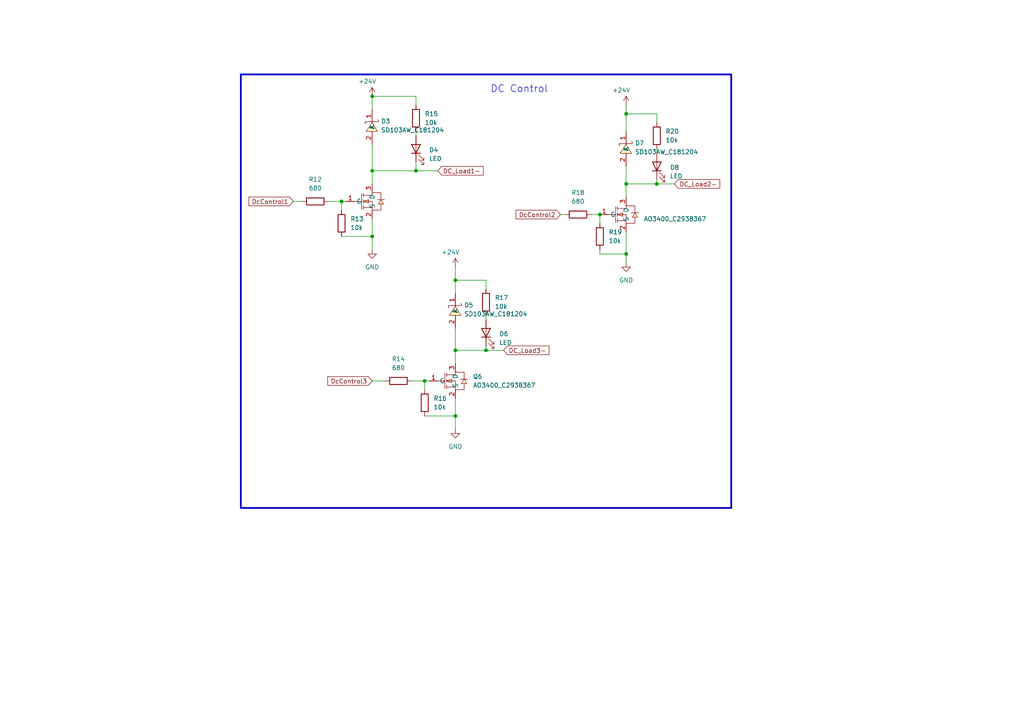
<source format=kicad_sch>
(kicad_sch (version 20250114) (generator "eeschema") (generator_version "9.0")
  (paper "A4")
  (lib_symbols
    (symbol "Device:LED" (pin_numbers (hide yes)) (pin_names (offset 1.016) (hide yes))
      (property "Reference" "D" (at 0 2.54 0))
      (property "Value" "LED" (at 0 -2.54 0))
      (symbol "LED_0_1"
        (polyline (pts (xy -3.048 -0.762) (xy -4.572 -2.286) (xy -3.81 -2.286) (xy -4.572 -2.286) (xy -4.572 -1.524)))
        (polyline (pts (xy -1.778 -0.762) (xy -3.302 -2.286) (xy -2.54 -2.286) (xy -3.302 -2.286) (xy -3.302 -1.524)))
        (polyline (pts (xy -1.27 0) (xy 1.27 0)))
        (polyline (pts (xy -1.27 -1.27) (xy -1.27 1.27)) (stroke (width 0.254)))
        (polyline (pts (xy 1.27 -1.27) (xy 1.27 1.27) (xy -1.27 0) (xy 1.27 -1.27)) (stroke (width 0.254)))
      )
      (symbol "LED_1_1"
        (pin passive line (at -3.81 0 0) (length 2.54) (name "K") (number "1"))
        (pin passive line (at 3.81 0 180) (length 2.54) (name "A") (number "2"))
      )
    )
    (symbol "Device:R" (pin_numbers (hide yes)) (pin_names (offset 0))
      (property "Reference" "R" (at 2.032 0 90))
      (property "Value" "R" (at 0 0 90))
      (symbol "R_0_1"
        (rectangle (start -1.016 -2.54) (end 1.016 2.54) (stroke (width 0.254)))
      )
      (symbol "R_1_1"
        (pin passive line (at 0 3.81 270) (length 1.27) (name "~") (number "1"))
        (pin passive line (at 0 -3.81 90) (length 1.27) (name "~") (number "2"))
      )
    )
    (symbol "EasyEDA:AO3400_C2938367"
      (property "Reference" "Q" (at 0 10.16 0))
      (property "Value" "AO3400_C2938367" (at 0 -10.16 0))
      (symbol "AO3400_C2938367_0_1"
        (polyline (pts (xy -5.08 0) (xy -3.05 0)))
        (polyline (pts (xy -3.05 2.29) (xy -3.05 -2.29)))
        (polyline (pts (xy -2.54 2.29) (xy -2.54 1.27)))
        (polyline (pts (xy -2.54 1.78) (xy 0 1.78) (xy 0 2.54) (xy 2.54 2.54) (xy 2.54 0.51)))
        (polyline (pts (xy -2.54 0) (xy -1.02 -0.51) (xy -1.02 0.51) (xy -2.54 0)) (fill (type background)))
        (polyline (pts (xy -2.54 0) (xy 0 0) (xy 0 -2.54) (xy 2.54 -2.54) (xy 2.54 -0.76)))
        (polyline (pts (xy -2.54 -0.51) (xy -2.54 0.51)))
        (polyline (pts (xy -2.54 -2.29) (xy -2.54 -1.27)))
        (polyline (pts (xy 0 -1.78) (xy -2.54 -1.78)))
        (polyline (pts (xy 2.54 0.51) (xy 1.78 -0.76) (xy 3.3 -0.76) (xy 2.54 0.51)) (fill (type background)))
        (polyline (pts (xy 3.56 0.51) (xy 3.05 0.51) (xy 2.03 0.51) (xy 1.52 0.51)))
        (pin unspecified line (at -7.62 0 0) (length 2.54) (name "G") (number "1"))
        (pin unspecified line (at 0 5.08 270) (length 2.54) (name "D") (number "3"))
        (pin unspecified line (at 0 -5.08 90) (length 2.54) (name "S") (number "2"))
      )
    )
    (symbol "EasyEDA:SD103AW_C181204"
      (property "Reference" "D" (at 0 5.08 0))
      (property "Value" "SD103AW_C181204" (at 0 -5.08 0))
      (symbol "SD103AW_C181204_0_1"
        (polyline (pts (xy -2.03 1.52) (xy -2.03 1.78) (xy -1.52 1.78) (xy -1.52 -2.03) (xy -1.02 -2.03) (xy -1.02 -1.78)))
        (polyline (pts (xy 1.27 1.52) (xy -1.27 0) (xy 1.27 -1.78) (xy 1.27 1.52)) (fill (type background)))
        (pin unspecified line (at -5.08 0 0) (length 3.81) (name "K") (number "1"))
        (pin unspecified line (at 5.08 0 180) (length 3.81) (name "A") (number "2"))
      )
    )
    (symbol "power:+12V" (power) (pin_numbers (hide yes)) (pin_names (offset 0) (hide yes))
      (property "Value" "+12V" (at 0 3.556 0))
      (symbol "+12V_0_1"
        (polyline (pts (xy -0.762 1.27) (xy 0 2.54)))
        (polyline (pts (xy 0 2.54) (xy 0.762 1.27)))
        (polyline (pts (xy 0 0) (xy 0 2.54)))
      )
      (symbol "+12V_1_1"
        (pin power_in line (at 0 0 90) (length 0) (name "~") (number "1"))
      )
    )
    (symbol "power:GND" (power) (pin_numbers (hide yes)) (pin_names (offset 0) (hide yes))
      (property "Value" "GND" (at 0 -3.81 0))
      (symbol "GND_0_1"
        (polyline (pts (xy 0 0) (xy 0 -1.27) (xy 1.27 -1.27) (xy 0 -2.54) (xy -1.27 -1.27) (xy 0 -1.27)))
      )
      (symbol "GND_1_1"
        (pin power_in line (at 0 0 270) (length 0) (name "~") (number "1"))
      )
    )
  )
  (rectangle (start 69.85 21.59) (end 212.09 147.32) (stroke (width 0.508)))
  (text "DC Control\n" (at 150.622 25.908 0) (effects (font (size 2.032 2.032))))
  (junction (at 120.65 49.53))
  (junction (at 173.99 62.23))
  (junction (at 181.61 53.34))
  (junction (at 190.5 53.34))
  (junction (at 123.19 110.49))
  (junction (at 107.95 68.58))
  (junction (at 140.97 101.6))
  (junction (at 132.08 120.65))
  (junction (at 132.08 101.6))
  (junction (at 107.95 49.53))
  (junction (at 132.08 81.28))
  (junction (at 99.06 58.42))
  (junction (at 181.61 33.02))
  (junction (at 181.61 73.66))
  (junction (at 107.95 27.94))
  (wire (pts (xy 190.5 52.07) (xy 190.5 53.34)))
  (wire (pts (xy 99.06 58.42) (xy 100.33 58.42)))
  (wire (pts (xy 120.65 46.99) (xy 120.65 49.53)))
  (wire (pts (xy 190.5 33.02) (xy 190.5 35.56)))
  (wire (pts (xy 107.95 49.53) (xy 120.65 49.53)))
  (wire (pts (xy 123.19 110.49) (xy 123.19 113.03)))
  (wire (pts (xy 107.95 27.94) (xy 107.95 31.75)))
  (wire (pts (xy 173.99 72.39) (xy 173.99 73.66)))
  (wire (pts (xy 123.19 120.65) (xy 132.08 120.65)))
  (wire (pts (xy 140.97 100.33) (xy 140.97 101.6)))
  (wire (pts (xy 107.95 63.5) (xy 107.95 68.58)))
  (wire (pts (xy 107.95 27.94) (xy 120.65 27.94)))
  (wire (pts (xy 120.65 27.94) (xy 120.65 30.48)))
  (wire (pts (xy 132.08 120.65) (xy 132.08 124.46)))
  (wire (pts (xy 120.65 49.53) (xy 127 49.53)))
  (wire (pts (xy 181.61 73.66) (xy 181.61 76.2)))
  (wire (pts (xy 181.61 67.31) (xy 181.61 73.66)))
  (wire (pts (xy 120.65 38.1) (xy 120.65 39.37)))
  (wire (pts (xy 132.08 115.57) (xy 132.08 120.65)))
  (wire (pts (xy 132.08 81.28) (xy 132.08 85.09)))
  (wire (pts (xy 140.97 91.44) (xy 140.97 92.71)))
  (wire (pts (xy 123.19 110.49) (xy 124.46 110.49)))
  (wire (pts (xy 107.95 41.91) (xy 107.95 49.53)))
  (wire (pts (xy 181.61 33.02) (xy 181.61 38.1)))
  (wire (pts (xy 140.97 101.6) (xy 146.05 101.6)))
  (wire (pts (xy 181.61 48.26) (xy 181.61 53.34)))
  (wire (pts (xy 87.63 58.42) (xy 85.09 58.42)))
  (wire (pts (xy 132.08 81.28) (xy 140.97 81.28)))
  (wire (pts (xy 181.61 53.34) (xy 190.5 53.34)))
  (wire (pts (xy 132.08 101.6) (xy 140.97 101.6)))
  (wire (pts (xy 171.45 62.23) (xy 173.99 62.23)))
  (wire (pts (xy 132.08 77.47) (xy 132.08 81.28)))
  (wire (pts (xy 107.95 68.58) (xy 107.95 72.39)))
  (wire (pts (xy 190.5 43.18) (xy 190.5 44.45)))
  (wire (pts (xy 132.08 101.6) (xy 132.08 105.41)))
  (wire (pts (xy 173.99 64.77) (xy 173.99 62.23)))
  (wire (pts (xy 107.95 110.49) (xy 111.76 110.49)))
  (wire (pts (xy 140.97 81.28) (xy 140.97 83.82)))
  (wire (pts (xy 95.25 58.42) (xy 99.06 58.42)))
  (wire (pts (xy 132.08 95.25) (xy 132.08 101.6)))
  (wire (pts (xy 99.06 68.58) (xy 107.95 68.58)))
  (wire (pts (xy 99.06 58.42) (xy 99.06 60.96)))
  (wire (pts (xy 107.95 49.53) (xy 107.95 53.34)))
  (wire (pts (xy 119.38 110.49) (xy 123.19 110.49)))
  (wire (pts (xy 162.56 62.23) (xy 163.83 62.23)))
  (wire (pts (xy 190.5 53.34) (xy 195.58 53.34)))
  (wire (pts (xy 181.61 53.34) (xy 181.61 57.15)))
  (wire (pts (xy 181.61 30.48) (xy 181.61 33.02)))
  (wire (pts (xy 173.99 73.66) (xy 181.61 73.66)))
  (wire (pts (xy 190.5 33.02) (xy 181.61 33.02)))
  (global_label "DcControl2" (shape input) (at 162.56 62.23 180) (property "Intersheetrefs" "${INTERSHEET_REFS}" (effects (hide yes))))
  (global_label "DcControl3" (shape input) (at 107.95 110.49 180) (property "Intersheetrefs" "${INTERSHEET_REFS}" (effects (hide yes))))
  (global_label "DC_Load3-" (shape input) (at 146.05 101.6 0) (property "Intersheetrefs" "${INTERSHEET_REFS}" (effects (hide yes))))
  (global_label "DC_Load1-" (shape input) (at 127 49.53 0) (property "Intersheetrefs" "${INTERSHEET_REFS}" (effects (hide yes))))
  (global_label "DcControl1" (shape input) (at 85.09 58.42 180) (property "Intersheetrefs" "${INTERSHEET_REFS}" (effects (hide yes))))
  (global_label "DC_Load2-" (shape input) (at 195.58 53.34 0) (property "Intersheetrefs" "${INTERSHEET_REFS}" (effects (hide yes))))
  (symbol (lib_id "power:GND") (at 132.08 124.46 0) (unit 1)
    (property "Reference" "#PWR054" (effects (hide yes)))
    (property "Value" "GND" (at 132.08 129.54 0))
    (property "Description" "Power symbol creates a global label with name \"GND\" , ground" (effects (hide yes)))
  )
  (symbol (lib_id "Device:R") (at 115.57 110.49 270) (unit 1)
    (property "Reference" "R14" (at 115.57 104.14 90))
    (property "Value" "680" (at 115.57 106.68 90))
    (property "Footprint" "Resistor_SMD:R_1206_3216Metric_Pad1.30x1.75mm_HandSolder" (effects (hide yes)))
    (property "Description" "Resistor" (effects (hide yes)))
  )
  (symbol (lib_id "Device:R") (at 190.5 39.37 0) (unit 1)
    (property "Reference" "R20" (at 193.04 38.0999 0) (effects (justify left)))
    (property "Value" "10k" (at 193.04 40.6399 0) (effects (justify left)))
    (property "Footprint" "Resistor_SMD:R_1206_3216Metric_Pad1.30x1.75mm_HandSolder" (effects (hide yes)))
    (property "Description" "Resistor" (effects (hide yes)))
  )
  (symbol (lib_id "EasyEDA:AO3400_C2938367") (at 107.95 58.42 0) (unit 1)
    (property "Reference" "Q5" (effects (hide yes)))
    (property "Value" "AO3400_C2938367" (effects (hide yes)))
    (property "Footprint" "EasyEDA:SOT-23_L2.9-W1.3-P1.90-LS2.4-BR" (effects (hide yes)))
    (property "LCSC Part" "C2938367" (effects (hide yes)))
  )
  (symbol (lib_id "Device:R") (at 140.97 87.63 0) (unit 1)
    (property "Reference" "R17" (at 143.51 86.3599 0) (effects (justify left)))
    (property "Value" "10k" (at 143.51 88.8999 0) (effects (justify left)))
    (property "Footprint" "Resistor_SMD:R_1206_3216Metric_Pad1.30x1.75mm_HandSolder" (effects (hide yes)))
    (property "Description" "Resistor" (effects (hide yes)))
  )
  (symbol (lib_id "power:GND") (at 107.95 72.39 0) (unit 1)
    (property "Reference" "#PWR052" (effects (hide yes)))
    (property "Value" "GND" (at 107.95 77.47 0))
    (property "Description" "Power symbol creates a global label with name \"GND\" , ground" (effects (hide yes)))
  )
  (symbol (lib_id "power:+12V") (at 107.95 27.94 0) (unit 1)
    (property "Reference" "#PWR051" (effects (hide yes)))
    (property "Value" "+24V" (at 103.886 23.622 0) (effects (justify left)))
    (property "Description" "Power symbol creates a global label with name \"+12V\"" (effects (hide yes)))
  )
  (symbol (lib_id "power:+12V") (at 132.08 77.47 0) (unit 1)
    (property "Reference" "#PWR053" (effects (hide yes)))
    (property "Value" "+24V" (at 128.016 73.152 0) (effects (justify left)))
    (property "Description" "Power symbol creates a global label with name \"+12V\"" (effects (hide yes)))
  )
  (symbol (lib_id "Device:LED") (at 140.97 96.52 90) (unit 1)
    (property "Reference" "D6" (at 144.78 96.8374 90) (effects (justify right)))
    (property "Value" "LED" (at 144.78 99.3774 90) (effects (justify right)))
    (property "Footprint" "LED_SMD:LED_1206_3216Metric_Pad1.42x1.75mm_HandSolder" (effects (hide yes)))
    (property "Description" "Light emitting diode" (effects (hide yes)))
    (property "Sim.Pins" "1=K 2=A" (effects (hide yes)))
  )
  (symbol (lib_id "EasyEDA:SD103AW_C181204") (at 132.08 90.17 270) (unit 1)
    (property "Reference" "D5" (at 134.62 88.5199 90) (effects (justify left)))
    (property "Value" "SD103AW_C181204" (at 134.62 91.0599 90) (effects (justify left)))
    (property "Footprint" "EasyEDA:SOD-123_L2.8-W1.8-LS3.7-RD" (effects (hide yes)))
    (property "Datasheet" "https://lcsc.com/product-detail/Schottky-Barrier-Diodes-SBD_SD103AW-Silk-screenS4_C181204.html" (effects (hide yes)))
    (property "LCSC Part" "C181204" (effects (hide yes)))
  )
  (symbol (lib_id "Device:R") (at 91.44 58.42 270) (unit 1)
    (property "Reference" "R12" (at 91.44 52.07 90))
    (property "Value" "680" (at 91.44 54.61 90))
    (property "Footprint" "Resistor_SMD:R_1206_3216Metric_Pad1.30x1.75mm_HandSolder" (effects (hide yes)))
    (property "Description" "Resistor" (effects (hide yes)))
  )
  (symbol (lib_id "power:+12V") (at 181.61 30.48 0) (unit 1)
    (property "Reference" "#PWR055" (effects (hide yes)))
    (property "Value" "+24V" (at 177.546 26.162 0) (effects (justify left)))
    (property "Description" "Power symbol creates a global label with name \"+12V\"" (effects (hide yes)))
  )
  (symbol (lib_id "Device:R") (at 120.65 34.29 0) (unit 1)
    (property "Reference" "R15" (at 123.19 33.0199 0) (effects (justify left)))
    (property "Value" "10k" (at 123.19 35.5599 0) (effects (justify left)))
    (property "Footprint" "Resistor_SMD:R_1206_3216Metric_Pad1.30x1.75mm_HandSolder" (effects (hide yes)))
    (property "Description" "Resistor" (effects (hide yes)))
  )
  (symbol (lib_id "Device:R") (at 167.64 62.23 270) (unit 1)
    (property "Reference" "R18" (at 167.64 55.88 90))
    (property "Value" "680" (at 167.64 58.42 90))
    (property "Footprint" "Resistor_SMD:R_1206_3216Metric_Pad1.30x1.75mm_HandSolder" (effects (hide yes)))
    (property "Description" "Resistor" (effects (hide yes)))
  )
  (symbol (lib_id "EasyEDA:AO3400_C2938367") (at 181.61 62.23 0) (unit 1)
    (property "Reference" "Q7" (effects (hide yes)))
    (property "Value" "AO3400_C2938367" (at 186.69 63.4999 0) (effects (justify left)))
    (property "Footprint" "EasyEDA:SOT-23_L2.9-W1.3-P1.90-LS2.4-BR" (effects (hide yes)))
    (property "LCSC Part" "C2938367" (effects (hide yes)))
  )
  (symbol (lib_id "EasyEDA:SD103AW_C181204") (at 181.61 43.18 270) (unit 1)
    (property "Reference" "D7" (at 184.15 41.5299 90) (effects (justify left)))
    (property "Value" "SD103AW_C181204" (at 184.15 44.0699 90) (effects (justify left)))
    (property "Footprint" "EasyEDA:SOD-123_L2.8-W1.8-LS3.7-RD" (effects (hide yes)))
    (property "Datasheet" "https://lcsc.com/product-detail/Schottky-Barrier-Diodes-SBD_SD103AW-Silk-screenS4_C181204.html" (effects (hide yes)))
    (property "LCSC Part" "C181204" (effects (hide yes)))
  )
  (symbol (lib_id "power:GND") (at 181.61 76.2 0) (unit 1)
    (property "Reference" "#PWR056" (effects (hide yes)))
    (property "Value" "GND" (at 181.61 81.28 0))
    (property "Description" "Power symbol creates a global label with name \"GND\" , ground" (effects (hide yes)))
  )
  (symbol (lib_id "EasyEDA:AO3400_C2938367") (at 132.08 110.49 0) (unit 1)
    (property "Reference" "Q6" (at 137.16 109.2199 0) (effects (justify left)))
    (property "Value" "AO3400_C2938367" (at 137.16 111.7599 0) (effects (justify left)))
    (property "Footprint" "EasyEDA:SOT-23_L2.9-W1.3-P1.90-LS2.4-BR" (effects (hide yes)))
    (property "LCSC Part" "C2938367" (effects (hide yes)))
  )
  (symbol (lib_id "Device:R") (at 123.19 116.84 0) (unit 1)
    (property "Reference" "R16" (at 125.73 115.5699 0) (effects (justify left)))
    (property "Value" "10k" (at 125.73 118.1099 0) (effects (justify left)))
    (property "Footprint" "Resistor_SMD:R_1206_3216Metric_Pad1.30x1.75mm_HandSolder" (effects (hide yes)))
    (property "Description" "Resistor" (effects (hide yes)))
  )
  (symbol (lib_id "EasyEDA:SD103AW_C181204") (at 107.95 36.83 270) (unit 1)
    (property "Reference" "D3" (at 110.49 35.1799 90) (effects (justify left)))
    (property "Value" "SD103AW_C181204" (at 110.49 37.7199 90) (effects (justify left)))
    (property "Footprint" "EasyEDA:SOD-123_L2.8-W1.8-LS3.7-RD" (effects (hide yes)))
    (property "Datasheet" "https://lcsc.com/product-detail/Schottky-Barrier-Diodes-SBD_SD103AW-Silk-screenS4_C181204.html" (effects (hide yes)))
    (property "LCSC Part" "C181204" (effects (hide yes)))
  )
  (symbol (lib_id "Device:R") (at 173.99 68.58 0) (unit 1)
    (property "Reference" "R19" (at 176.53 67.3099 0) (effects (justify left)))
    (property "Value" "10k" (at 176.53 69.8499 0) (effects (justify left)))
    (property "Footprint" "Resistor_SMD:R_1206_3216Metric_Pad1.30x1.75mm_HandSolder" (effects (hide yes)))
    (property "Description" "Resistor" (effects (hide yes)))
  )
  (symbol (lib_id "Device:LED") (at 120.65 43.18 90) (unit 1)
    (property "Reference" "D4" (at 124.46 43.4974 90) (effects (justify right)))
    (property "Value" "LED" (at 124.46 46.0374 90) (effects (justify right)))
    (property "Footprint" "LED_SMD:LED_1206_3216Metric_Pad1.42x1.75mm_HandSolder" (effects (hide yes)))
    (property "Description" "Light emitting diode" (effects (hide yes)))
    (property "Sim.Pins" "1=K 2=A" (effects (hide yes)))
  )
  (symbol (lib_id "Device:LED") (at 190.5 48.26 90) (unit 1)
    (property "Reference" "D8" (at 194.31 48.5774 90) (effects (justify right)))
    (property "Value" "LED" (at 194.31 51.1174 90) (effects (justify right)))
    (property "Footprint" "LED_SMD:LED_1206_3216Metric_Pad1.42x1.75mm_HandSolder" (effects (hide yes)))
    (property "Description" "Light emitting diode" (effects (hide yes)))
    (property "Sim.Pins" "1=K 2=A" (effects (hide yes)))
  )
  (symbol (lib_id "Device:R") (at 99.06 64.77 0) (unit 1)
    (property "Reference" "R13" (at 101.6 63.4999 0) (effects (justify left)))
    (property "Value" "10k" (at 101.6 66.0399 0) (effects (justify left)))
    (property "Footprint" "Resistor_SMD:R_1206_3216Metric_Pad1.30x1.75mm_HandSolder" (effects (hide yes)))
    (property "Description" "Resistor" (effects (hide yes)))
  )
)
</source>
